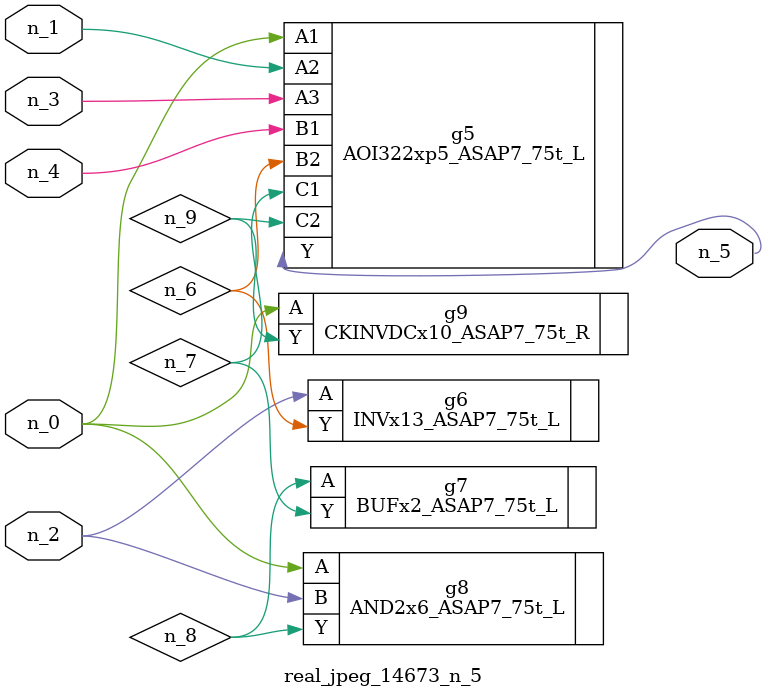
<source format=v>
module real_jpeg_14673_n_5 (n_4, n_0, n_1, n_2, n_3, n_5);

input n_4;
input n_0;
input n_1;
input n_2;
input n_3;

output n_5;

wire n_8;
wire n_6;
wire n_7;
wire n_9;

AOI322xp5_ASAP7_75t_L g5 ( 
.A1(n_0),
.A2(n_1),
.A3(n_3),
.B1(n_4),
.B2(n_6),
.C1(n_7),
.C2(n_9),
.Y(n_5)
);

AND2x6_ASAP7_75t_L g8 ( 
.A(n_0),
.B(n_2),
.Y(n_8)
);

CKINVDCx10_ASAP7_75t_R g9 ( 
.A(n_0),
.Y(n_9)
);

INVx13_ASAP7_75t_L g6 ( 
.A(n_2),
.Y(n_6)
);

BUFx2_ASAP7_75t_L g7 ( 
.A(n_8),
.Y(n_7)
);


endmodule
</source>
